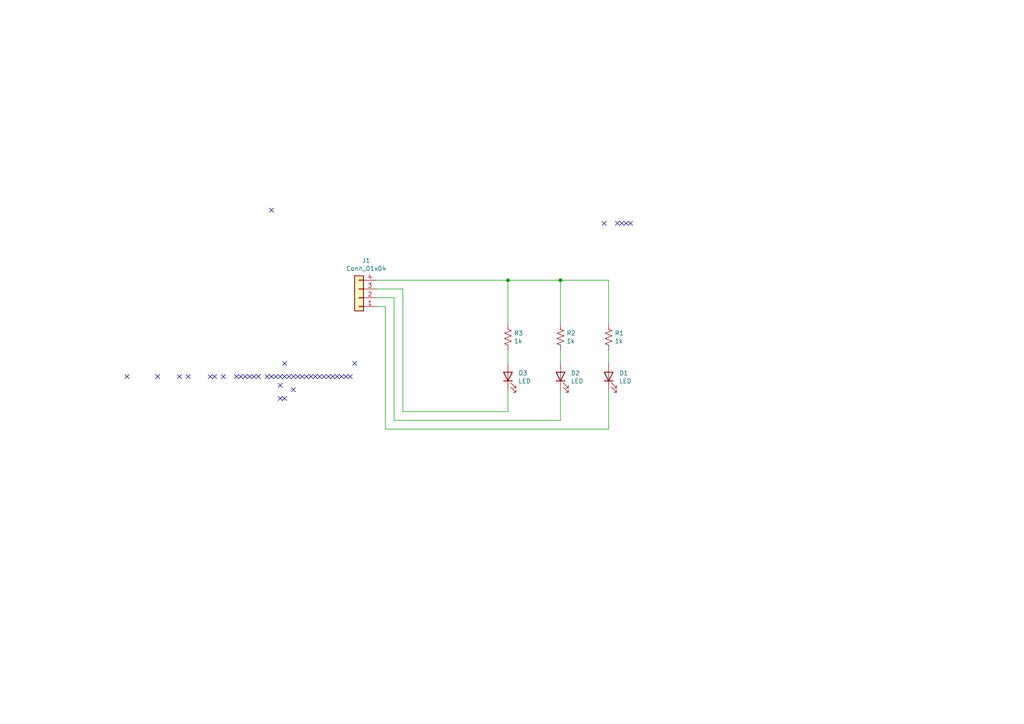
<source format=kicad_sch>
(kicad_sch (version 20230121) (generator eeschema)
  (paper "A4")
  (title_block (title "LED Display board for SOPi Front panel") (date "2021-03-30") (rev "1.00") (company "HOLLY&Co.,Ltd.") (comment 1 "Design by M.Horimoto"))
  (lib_symbols
    (symbol "Connector_Generic:Conn_01x04" (pin_names (offset 1.016) hide)
      (property "Reference" "J" (at 0 5.08 0))
      (property "Value" "Conn_01x04" (at 0 -7.62 0))
      (symbol "Conn_01x04_1_1"
        (rectangle (start -1.27 -4.953) (end 0 -5.207) (stroke (width 0.1524)))
        (rectangle (start -1.27 -2.413) (end 0 -2.667) (stroke (width 0.1524)))
        (rectangle (start -1.27 0.127) (end 0 -0.127) (stroke (width 0.1524)))
        (rectangle (start -1.27 2.667) (end 0 2.413) (stroke (width 0.1524)))
        (rectangle (start -1.27 3.81) (end 1.27 -6.35) (stroke (width 0.254)) (fill (type background)))
        (pin passive line (at -5.08 2.54 0) (length 3.81) (name "Pin_1") (number "1"))
        (pin passive line (at -5.08 0 0) (length 3.81) (name "Pin_2") (number "2"))
        (pin passive line (at -5.08 -2.54 0) (length 3.81) (name "Pin_3") (number "3"))
        (pin passive line (at -5.08 -5.08 0) (length 3.81) (name "Pin_4") (number "4"))
      )
    )
    (symbol "Device:LED" (pin_numbers hide) (pin_names (offset 1.016) hide)
      (property "Reference" "D" (at 0 2.54 0))
      (property "Value" "LED" (at 0 -2.54 0))
      (symbol "LED_0_1"
        (polyline (pts (xy -1.27 -1.27) (xy -1.27 1.27)) (stroke (width 0.254)))
        (polyline (pts (xy -1.27 0) (xy 1.27 0)))
        (polyline (pts (xy 1.27 -1.27) (xy 1.27 1.27) (xy -1.27 0) (xy 1.27 -1.27)) (stroke (width 0.254)))
        (polyline (pts (xy -3.048 -0.762) (xy -4.572 -2.286) (xy -3.81 -2.286) (xy -4.572 -2.286) (xy -4.572 -1.524)))
        (polyline (pts (xy -1.778 -0.762) (xy -3.302 -2.286) (xy -2.54 -2.286) (xy -3.302 -2.286) (xy -3.302 -1.524)))
      )
      (symbol "LED_1_1"
        (pin passive line (at -3.81 0 0) (length 2.54) (name "K") (number "1"))
        (pin passive line (at 3.81 0 180) (length 2.54) (name "A") (number "2"))
      )
    )
    (symbol "Device:R_US" (pin_numbers hide) (pin_names (offset 0))
      (property "Reference" "R" (at 2.54 0 90))
      (property "Value" "R_US" (at -2.54 0 90))
      (symbol "R_US_0_1"
        (polyline (pts (xy 0 -2.286) (xy 0 -2.54)))
        (polyline (pts (xy 0 2.286) (xy 0 2.54)))
        (polyline (pts (xy 0 -0.762) (xy 1.016 -1.143) (xy 0 -1.524) (xy -1.016 -1.905) (xy 0 -2.286)))
        (polyline (pts (xy 0 0.762) (xy 1.016 0.381) (xy 0 0) (xy -1.016 -0.381) (xy 0 -0.762)))
        (polyline (pts (xy 0 2.286) (xy 1.016 1.905) (xy 0 1.524) (xy -1.016 1.143) (xy 0 0.762)))
      )
      (symbol "R_US_1_1"
        (pin passive line (at 0 3.81 270) (length 1.27) (name "~") (number "1"))
        (pin passive line (at 0 -3.81 90) (length 1.27) (name "~") (number "2"))
      )
    )
  )
  (junction (at 147.32 81.28))
  (junction (at 162.56 81.28))
  (no_connect (at 81.28 115.57))
  (no_connect (at 54.61 109.22))
  (no_connect (at 73.66 109.22))
  (no_connect (at 74.93 109.22))
  (no_connect (at 99.06 109.22))
  (no_connect (at 181.61 64.77))
  (no_connect (at 88.9 109.22))
  (no_connect (at 64.77 109.22))
  (no_connect (at 77.47 109.22))
  (no_connect (at 95.25 109.22))
  (no_connect (at 92.71 109.22))
  (no_connect (at 71.12 109.22))
  (no_connect (at 175.26 64.77))
  (no_connect (at 36.83 109.22))
  (no_connect (at 91.44 109.22))
  (no_connect (at 82.55 105.41))
  (no_connect (at 101.6 109.22))
  (no_connect (at 68.58 109.22))
  (no_connect (at 86.36 109.22))
  (no_connect (at 45.72 109.22))
  (no_connect (at 85.09 109.22))
  (no_connect (at 85.09 113.03))
  (no_connect (at 78.74 60.96))
  (no_connect (at 87.63 109.22))
  (no_connect (at 69.85 109.22))
  (no_connect (at 179.07 64.77))
  (no_connect (at 96.52 109.22))
  (no_connect (at 62.23 109.22))
  (no_connect (at 83.82 109.22))
  (no_connect (at 82.55 115.57))
  (no_connect (at 100.33 109.22))
  (no_connect (at 182.88 64.77))
  (no_connect (at 80.01 109.22))
  (no_connect (at 81.28 109.22))
  (no_connect (at 82.55 109.22))
  (no_connect (at 90.17 109.22))
  (no_connect (at 93.98 109.22))
  (no_connect (at 81.28 111.76))
  (no_connect (at 97.79 109.22))
  (no_connect (at 102.87 105.41))
  (no_connect (at 52.07 109.22))
  (no_connect (at 60.96 109.22))
  (no_connect (at 72.39 109.22))
  (no_connect (at 180.34 64.77))
  (no_connect (at 78.74 109.22))
  (wire (pts (xy 109.22 81.28) (xy 147.32 81.28)))
  (wire (pts (xy 109.22 86.36) (xy 114.3 86.36)))
  (wire (pts (xy 111.76 124.46) (xy 176.53 124.46)))
  (wire (pts (xy 114.3 121.92) (xy 162.56 121.92)))
  (wire (pts (xy 162.56 81.28) (xy 176.53 81.28)))
  (wire (pts (xy 162.56 93.98) (xy 162.56 81.28)))
  (wire (pts (xy 116.84 83.82) (xy 116.84 119.38)))
  (wire (pts (xy 109.22 88.9) (xy 111.76 88.9)))
  (wire (pts (xy 147.32 119.38) (xy 147.32 113.03)))
  (wire (pts (xy 176.53 101.6) (xy 176.53 105.41)))
  (wire (pts (xy 176.53 93.98) (xy 176.53 81.28)))
  (wire (pts (xy 147.32 101.6) (xy 147.32 105.41)))
  (wire (pts (xy 147.32 81.28) (xy 162.56 81.28)))
  (wire (pts (xy 111.76 88.9) (xy 111.76 124.46)))
  (wire (pts (xy 109.22 83.82) (xy 116.84 83.82)))
  (wire (pts (xy 116.84 119.38) (xy 147.32 119.38)))
  (wire (pts (xy 162.56 101.6) (xy 162.56 105.41)))
  (wire (pts (xy 162.56 121.92) (xy 162.56 113.03)))
  (wire (pts (xy 147.32 93.98) (xy 147.32 81.28)))
  (wire (pts (xy 176.53 124.46) (xy 176.53 113.03)))
  (wire (pts (xy 114.3 86.36) (xy 114.3 121.92)))
  (symbol (lib_id "Connector_Generic:Conn_01x04") (at 104.14 86.36 180) (unit 1)
    (property "Reference" "J1" (at 106.2228 75.565 0))
    (property "Value" "Conn_01x04" (at 106.2228 77.8764 0))
    (property "Footprint" "Connectors_JST:JST_XH_B4B-XH-A_1x04_P2.50mm_Vertical" (effects hide))
  )
  (symbol (lib_id "Device:LED") (at 147.32 109.22 90) (unit 1)
    (property "Reference" "D3" (at 150.3172 108.2294 90) (effects (justify right)))
    (property "Value" "LED" (at 150.3172 110.5408 90) (effects (justify right)))
    (property "Footprint" "LED_THT:LED_D3.0mm" (effects hide))
  )
  (symbol (lib_id "Device:LED") (at 162.56 109.22 90) (unit 1)
    (property "Reference" "D2" (at 165.5572 108.2294 90) (effects (justify right)))
    (property "Value" "LED" (at 165.5572 110.5408 90) (effects (justify right)))
    (property "Footprint" "LED_THT:LED_D3.0mm" (effects hide))
  )
  (symbol (lib_id "Device:LED") (at 176.53 109.22 90) (unit 1)
    (property "Reference" "D1" (at 179.5272 108.2294 90) (effects (justify right)))
    (property "Value" "LED" (at 179.5272 110.5408 90) (effects (justify right)))
    (property "Footprint" "LED_THT:LED_D3.0mm" (effects hide))
  )
  (symbol (lib_id "Device:R_US") (at 147.32 97.79 0) (unit 1)
    (property "Reference" "R3" (at 149.0472 96.6216 0) (effects (justify left)))
    (property "Value" "1k" (at 149.0472 98.933 0) (effects (justify left)))
    (property "Footprint" "Resistor_THT:R_Axial_DIN0207_L6.3mm_D2.5mm_P7.62mm_Horizontal" (effects hide))
  )
  (symbol (lib_id "Device:R_US") (at 162.56 97.79 0) (unit 1)
    (property "Reference" "R2" (at 164.2872 96.6216 0) (effects (justify left)))
    (property "Value" "1k" (at 164.2872 98.933 0) (effects (justify left)))
    (property "Footprint" "Resistor_THT:R_Axial_DIN0207_L6.3mm_D2.5mm_P7.62mm_Horizontal" (effects hide))
  )
  (symbol (lib_id "Device:R_US") (at 176.53 97.79 0) (unit 1)
    (property "Reference" "R1" (at 178.2572 96.6216 0) (effects (justify left)))
    (property "Value" "1k" (at 178.2572 98.933 0) (effects (justify left)))
    (property "Footprint" "Resistor_THT:R_Axial_DIN0207_L6.3mm_D2.5mm_P7.62mm_Horizontal" (effects hide))
  )
)
</source>
